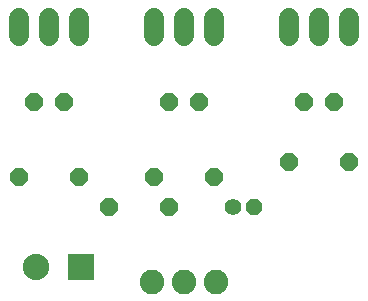
<source format=gbs>
G75*
G70*
%OFA0B0*%
%FSLAX24Y24*%
%IPPOS*%
%LPD*%
%AMOC8*
5,1,8,0,0,1.08239X$1,22.5*
%
%ADD10C,0.0680*%
%ADD11R,0.0880X0.0880*%
%ADD12C,0.0880*%
%ADD13OC8,0.0600*%
%ADD14OC8,0.0560*%
%ADD15C,0.0560*%
%ADD16C,0.0820*%
D10*
X001313Y010309D02*
X001313Y010909D01*
X002313Y010909D02*
X002313Y010309D01*
X003313Y010309D02*
X003313Y010909D01*
X005813Y010909D02*
X005813Y010309D01*
X006813Y010309D02*
X006813Y010909D01*
X007813Y010909D02*
X007813Y010309D01*
X010313Y010309D02*
X010313Y010909D01*
X011313Y010909D02*
X011313Y010309D01*
X012313Y010309D02*
X012313Y010909D01*
D11*
X003383Y002609D03*
D12*
X001865Y002609D03*
D13*
X004313Y004609D03*
X003313Y005609D03*
X001313Y005609D03*
X001813Y008109D03*
X002813Y008109D03*
X005813Y005609D03*
X006313Y004609D03*
X007813Y005609D03*
X010313Y006109D03*
X012313Y006109D03*
X011813Y008109D03*
X010813Y008109D03*
X007313Y008109D03*
X006313Y008109D03*
D14*
X009163Y004609D03*
D15*
X008463Y004609D03*
D16*
X007883Y002109D03*
X006813Y002109D03*
X005743Y002109D03*
M02*

</source>
